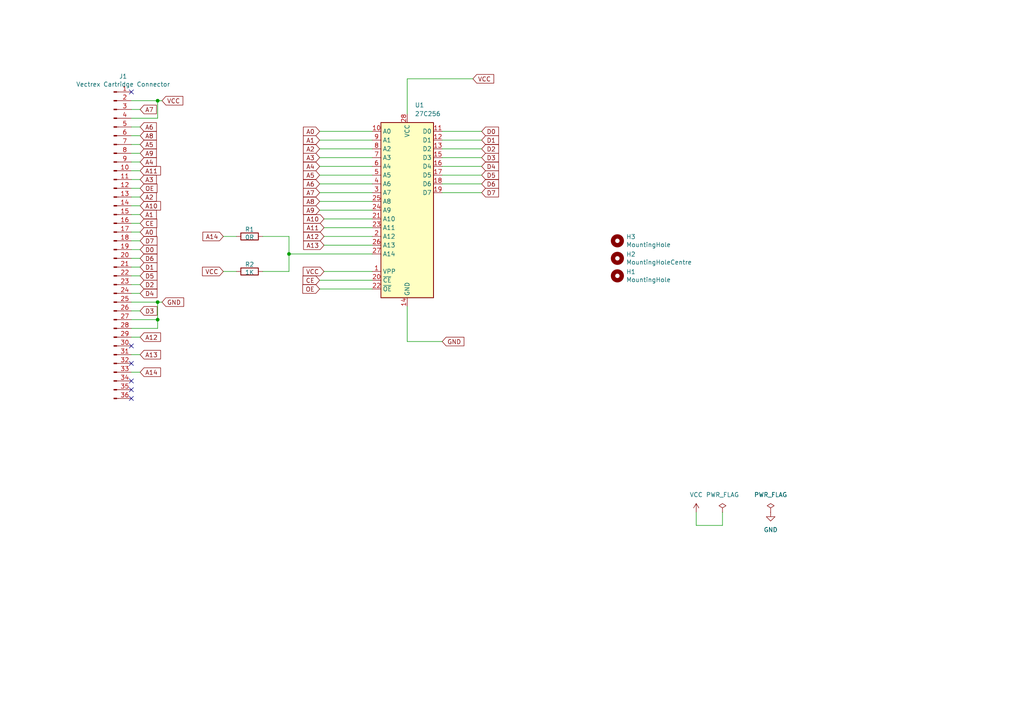
<source format=kicad_sch>
(kicad_sch (version 20231120) (generator "eeschema") (generator_version "8.0")
  (paper "A4")
  (title_block (title "Vectrex cartridge PCB") (date "2024-04-18") (rev "v1.01"))
  (lib_symbols
    (symbol "Connector:Conn_01x36_Male" (pin_names (offset 1.016) hide)
      (property "Reference" "J" (at 0 45.72 0))
      (property "Value" "Conn_01x36_Male" (at 0 -48.26 0))
      (symbol "Conn_01x36_Male_1_1"
        (polyline (pts (xy 1.27 -45.72) (xy 0.8636 -45.72)) (stroke (width 0.1524)))
        (polyline (pts (xy 1.27 -43.18) (xy 0.8636 -43.18)) (stroke (width 0.1524)))
        (polyline (pts (xy 1.27 -40.64) (xy 0.8636 -40.64)) (stroke (width 0.1524)))
        (polyline (pts (xy 1.27 -38.1) (xy 0.8636 -38.1)) (stroke (width 0.1524)))
        (polyline (pts (xy 1.27 -35.56) (xy 0.8636 -35.56)) (stroke (width 0.1524)))
        (polyline (pts (xy 1.27 -33.02) (xy 0.8636 -33.02)) (stroke (width 0.1524)))
        (polyline (pts (xy 1.27 -30.48) (xy 0.8636 -30.48)) (stroke (width 0.1524)))
        (polyline (pts (xy 1.27 -27.94) (xy 0.8636 -27.94)) (stroke (width 0.1524)))
        (polyline (pts (xy 1.27 -25.4) (xy 0.8636 -25.4)) (stroke (width 0.1524)))
        (polyline (pts (xy 1.27 -22.86) (xy 0.8636 -22.86)) (stroke (width 0.1524)))
        (polyline (pts (xy 1.27 -20.32) (xy 0.8636 -20.32)) (stroke (width 0.1524)))
        (polyline (pts (xy 1.27 -17.78) (xy 0.8636 -17.78)) (stroke (width 0.1524)))
        (polyline (pts (xy 1.27 -15.24) (xy 0.8636 -15.24)) (stroke (width 0.1524)))
        (polyline (pts (xy 1.27 -12.7) (xy 0.8636 -12.7)) (stroke (width 0.1524)))
        (polyline (pts (xy 1.27 -10.16) (xy 0.8636 -10.16)) (stroke (width 0.1524)))
        (polyline (pts (xy 1.27 -7.62) (xy 0.8636 -7.62)) (stroke (width 0.1524)))
        (polyline (pts (xy 1.27 -5.08) (xy 0.8636 -5.08)) (stroke (width 0.1524)))
        (polyline (pts (xy 1.27 -2.54) (xy 0.8636 -2.54)) (stroke (width 0.1524)))
        (polyline (pts (xy 1.27 0) (xy 0.8636 0)) (stroke (width 0.1524)))
        (polyline (pts (xy 1.27 2.54) (xy 0.8636 2.54)) (stroke (width 0.1524)))
        (polyline (pts (xy 1.27 5.08) (xy 0.8636 5.08)) (stroke (width 0.1524)))
        (polyline (pts (xy 1.27 7.62) (xy 0.8636 7.62)) (stroke (width 0.1524)))
        (polyline (pts (xy 1.27 10.16) (xy 0.8636 10.16)) (stroke (width 0.1524)))
        (polyline (pts (xy 1.27 12.7) (xy 0.8636 12.7)) (stroke (width 0.1524)))
        (polyline (pts (xy 1.27 15.24) (xy 0.8636 15.24)) (stroke (width 0.1524)))
        (polyline (pts (xy 1.27 17.78) (xy 0.8636 17.78)) (stroke (width 0.1524)))
        (polyline (pts (xy 1.27 20.32) (xy 0.8636 20.32)) (stroke (width 0.1524)))
        (polyline (pts (xy 1.27 22.86) (xy 0.8636 22.86)) (stroke (width 0.1524)))
        (polyline (pts (xy 1.27 25.4) (xy 0.8636 25.4)) (stroke (width 0.1524)))
        (polyline (pts (xy 1.27 27.94) (xy 0.8636 27.94)) (stroke (width 0.1524)))
        (polyline (pts (xy 1.27 30.48) (xy 0.8636 30.48)) (stroke (width 0.1524)))
        (polyline (pts (xy 1.27 33.02) (xy 0.8636 33.02)) (stroke (width 0.1524)))
        (polyline (pts (xy 1.27 35.56) (xy 0.8636 35.56)) (stroke (width 0.1524)))
        (polyline (pts (xy 1.27 38.1) (xy 0.8636 38.1)) (stroke (width 0.1524)))
        (polyline (pts (xy 1.27 40.64) (xy 0.8636 40.64)) (stroke (width 0.1524)))
        (polyline (pts (xy 1.27 43.18) (xy 0.8636 43.18)) (stroke (width 0.1524)))
        (rectangle (start 0.8636 -45.593) (end 0 -45.847) (stroke (width 0.1524)) (fill (type outline)))
        (rectangle (start 0.8636 -43.053) (end 0 -43.307) (stroke (width 0.1524)) (fill (type outline)))
        (rectangle (start 0.8636 -40.513) (end 0 -40.767) (stroke (width 0.1524)) (fill (type outline)))
        (rectangle (start 0.8636 -37.973) (end 0 -38.227) (stroke (width 0.1524)) (fill (type outline)))
        (rectangle (start 0.8636 -35.433) (end 0 -35.687) (stroke (width 0.1524)) (fill (type outline)))
        (rectangle (start 0.8636 -32.893) (end 0 -33.147) (stroke (width 0.1524)) (fill (type outline)))
        (rectangle (start 0.8636 -30.353) (end 0 -30.607) (stroke (width 0.1524)) (fill (type outline)))
        (rectangle (start 0.8636 -27.813) (end 0 -28.067) (stroke (width 0.1524)) (fill (type outline)))
        (rectangle (start 0.8636 -25.273) (end 0 -25.527) (stroke (width 0.1524)) (fill (type outline)))
        (rectangle (start 0.8636 -22.733) (end 0 -22.987) (stroke (width 0.1524)) (fill (type outline)))
        (rectangle (start 0.8636 -20.193) (end 0 -20.447) (stroke (width 0.1524)) (fill (type outline)))
        (rectangle (start 0.8636 -17.653) (end 0 -17.907) (stroke (width 0.1524)) (fill (type outline)))
        (rectangle (start 0.8636 -15.113) (end 0 -15.367) (stroke (width 0.1524)) (fill (type outline)))
        (rectangle (start 0.8636 -12.573) (end 0 -12.827) (stroke (width 0.1524)) (fill (type outline)))
        (rectangle (start 0.8636 -10.033) (end 0 -10.287) (stroke (width 0.1524)) (fill (type outline)))
        (rectangle (start 0.8636 -7.493) (end 0 -7.747) (stroke (width 0.1524)) (fill (type outline)))
        (rectangle (start 0.8636 -4.953) (end 0 -5.207) (stroke (width 0.1524)) (fill (type outline)))
        (rectangle (start 0.8636 -2.413) (end 0 -2.667) (stroke (width 0.1524)) (fill (type outline)))
        (rectangle (start 0.8636 0.127) (end 0 -0.127) (stroke (width 0.1524)) (fill (type outline)))
        (rectangle (start 0.8636 2.667) (end 0 2.413) (stroke (width 0.1524)) (fill (type outline)))
        (rectangle (start 0.8636 5.207) (end 0 4.953) (stroke (width 0.1524)) (fill (type outline)))
        (rectangle (start 0.8636 7.747) (end 0 7.493) (stroke (width 0.1524)) (fill (type outline)))
        (rectangle (start 0.8636 10.287) (end 0 10.033) (stroke (width 0.1524)) (fill (type outline)))
        (rectangle (start 0.8636 12.827) (end 0 12.573) (stroke (width 0.1524)) (fill (type outline)))
        (rectangle (start 0.8636 15.367) (end 0 15.113) (stroke (width 0.1524)) (fill (type outline)))
        (rectangle (start 0.8636 17.907) (end 0 17.653) (stroke (width 0.1524)) (fill (type outline)))
        (rectangle (start 0.8636 20.447) (end 0 20.193) (stroke (width 0.1524)) (fill (type outline)))
        (rectangle (start 0.8636 22.987) (end 0 22.733) (stroke (width 0.1524)) (fill (type outline)))
        (rectangle (start 0.8636 25.527) (end 0 25.273) (stroke (width 0.1524)) (fill (type outline)))
        (rectangle (start 0.8636 28.067) (end 0 27.813) (stroke (width 0.1524)) (fill (type outline)))
        (rectangle (start 0.8636 30.607) (end 0 30.353) (stroke (width 0.1524)) (fill (type outline)))
        (rectangle (start 0.8636 33.147) (end 0 32.893) (stroke (width 0.1524)) (fill (type outline)))
        (rectangle (start 0.8636 35.687) (end 0 35.433) (stroke (width 0.1524)) (fill (type outline)))
        (rectangle (start 0.8636 38.227) (end 0 37.973) (stroke (width 0.1524)) (fill (type outline)))
        (rectangle (start 0.8636 40.767) (end 0 40.513) (stroke (width 0.1524)) (fill (type outline)))
        (rectangle (start 0.8636 43.307) (end 0 43.053) (stroke (width 0.1524)) (fill (type outline)))
        (pin passive line (at 5.08 43.18 180) (length 3.81) (name "Pin_1") (number "1"))
        (pin passive line (at 5.08 20.32 180) (length 3.81) (name "Pin_10") (number "10"))
        (pin passive line (at 5.08 17.78 180) (length 3.81) (name "Pin_11") (number "11"))
        (pin passive line (at 5.08 15.24 180) (length 3.81) (name "Pin_12") (number "12"))
        (pin passive line (at 5.08 12.7 180) (length 3.81) (name "Pin_13") (number "13"))
        (pin passive line (at 5.08 10.16 180) (length 3.81) (name "Pin_14") (number "14"))
        (pin passive line (at 5.08 7.62 180) (length 3.81) (name "Pin_15") (number "15"))
        (pin passive line (at 5.08 5.08 180) (length 3.81) (name "Pin_16") (number "16"))
        (pin passive line (at 5.08 2.54 180) (length 3.81) (name "Pin_17") (number "17"))
        (pin passive line (at 5.08 0 180) (length 3.81) (name "Pin_18") (number "18"))
        (pin passive line (at 5.08 -2.54 180) (length 3.81) (name "Pin_19") (number "19"))
        (pin passive line (at 5.08 40.64 180) (length 3.81) (name "Pin_2") (number "2"))
        (pin passive line (at 5.08 -5.08 180) (length 3.81) (name "Pin_20") (number "20"))
        (pin passive line (at 5.08 -7.62 180) (length 3.81) (name "Pin_21") (number "21"))
        (pin passive line (at 5.08 -10.16 180) (length 3.81) (name "Pin_22") (number "22"))
        (pin passive line (at 5.08 -12.7 180) (length 3.81) (name "Pin_23") (number "23"))
        (pin passive line (at 5.08 -15.24 180) (length 3.81) (name "Pin_24") (number "24"))
        (pin passive line (at 5.08 -17.78 180) (length 3.81) (name "Pin_25") (number "25"))
        (pin passive line (at 5.08 -20.32 180) (length 3.81) (name "Pin_26") (number "26"))
        (pin passive line (at 5.08 -22.86 180) (length 3.81) (name "Pin_27") (number "27"))
        (pin passive line (at 5.08 -25.4 180) (length 3.81) (name "Pin_28") (number "28"))
        (pin passive line (at 5.08 -27.94 180) (length 3.81) (name "Pin_29") (number "29"))
        (pin passive line (at 5.08 38.1 180) (length 3.81) (name "Pin_3") (number "3"))
        (pin passive line (at 5.08 -30.48 180) (length 3.81) (name "Pin_30") (number "30"))
        (pin passive line (at 5.08 -33.02 180) (length 3.81) (name "Pin_31") (number "31"))
        (pin passive line (at 5.08 -35.56 180) (length 3.81) (name "Pin_32") (number "32"))
        (pin passive line (at 5.08 -38.1 180) (length 3.81) (name "Pin_33") (number "33"))
        (pin passive line (at 5.08 -40.64 180) (length 3.81) (name "Pin_34") (number "34"))
        (pin passive line (at 5.08 -43.18 180) (length 3.81) (name "Pin_35") (number "35"))
        (pin passive line (at 5.08 -45.72 180) (length 3.81) (name "Pin_36") (number "36"))
        (pin passive line (at 5.08 35.56 180) (length 3.81) (name "Pin_4") (number "4"))
        (pin passive line (at 5.08 33.02 180) (length 3.81) (name "Pin_5") (number "5"))
        (pin passive line (at 5.08 30.48 180) (length 3.81) (name "Pin_6") (number "6"))
        (pin passive line (at 5.08 27.94 180) (length 3.81) (name "Pin_7") (number "7"))
        (pin passive line (at 5.08 25.4 180) (length 3.81) (name "Pin_8") (number "8"))
        (pin passive line (at 5.08 22.86 180) (length 3.81) (name "Pin_9") (number "9"))
      )
    )
    (symbol "Device:R" (pin_numbers hide) (pin_names (offset 0))
      (property "Reference" "R" (at 2.032 0 90))
      (property "Value" "R" (at 0 0 90))
      (symbol "R_0_1"
        (rectangle (start -1.016 -2.54) (end 1.016 2.54) (stroke (width 0.254)))
      )
      (symbol "R_1_1"
        (pin passive line (at 0 3.81 270) (length 1.27) (name "~") (number "1"))
        (pin passive line (at 0 -3.81 90) (length 1.27) (name "~") (number "2"))
      )
    )
    (symbol "Mechanical:MountingHole" (pin_names (offset 1.016)) (exclude_from_sim yes) (in_bom no)
      (property "Reference" "H" (at 0 5.08 0))
      (property "Value" "MountingHole" (at 0 3.175 0))
      (symbol "MountingHole_0_1"
        (circle (center 0 0) (radius 1.27) (stroke (width 1.27)))
      )
    )
    (symbol "Memory_EPROM:27C256"
      (property "Reference" "U" (at -7.62 26.67 0))
      (property "Value" "27C256" (at 2.54 -26.67 0))
      (symbol "27C256_1_1"
        (rectangle (start -7.62 25.4) (end 7.62 -25.4) (stroke (width 0.254)) (fill (type background)))
        (pin input line (at -10.16 -17.78 0) (length 2.54) (name "VPP") (number "1"))
        (pin input line (at -10.16 22.86 0) (length 2.54) (name "A0") (number "10"))
        (pin tri_state line (at 10.16 22.86 180) (length 2.54) (name "D0") (number "11"))
        (pin tri_state line (at 10.16 20.32 180) (length 2.54) (name "D1") (number "12"))
        (pin tri_state line (at 10.16 17.78 180) (length 2.54) (name "D2") (number "13"))
        (pin power_in line (at 0 -27.94 90) (length 2.54) (name "GND") (number "14"))
        (pin tri_state line (at 10.16 15.24 180) (length 2.54) (name "D3") (number "15"))
        (pin tri_state line (at 10.16 12.7 180) (length 2.54) (name "D4") (number "16"))
        (pin tri_state line (at 10.16 10.16 180) (length 2.54) (name "D5") (number "17"))
        (pin tri_state line (at 10.16 7.62 180) (length 2.54) (name "D6") (number "18"))
        (pin tri_state line (at 10.16 5.08 180) (length 2.54) (name "D7") (number "19"))
        (pin input line (at -10.16 -7.62 0) (length 2.54) (name "A12") (number "2"))
        (pin input line (at -10.16 -20.32 0) (length 2.54) (name "~{CE}") (number "20"))
        (pin input line (at -10.16 -2.54 0) (length 2.54) (name "A10") (number "21"))
        (pin input line (at -10.16 -22.86 0) (length 2.54) (name "~{OE}") (number "22"))
        (pin input line (at -10.16 -5.08 0) (length 2.54) (name "A11") (number "23"))
        (pin input line (at -10.16 0 0) (length 2.54) (name "A9") (number "24"))
        (pin input line (at -10.16 2.54 0) (length 2.54) (name "A8") (number "25"))
        (pin input line (at -10.16 -10.16 0) (length 2.54) (name "A13") (number "26"))
        (pin input line (at -10.16 -12.7 0) (length 2.54) (name "A14") (number "27"))
        (pin power_in line (at 0 27.94 270) (length 2.54) (name "VCC") (number "28"))
        (pin input line (at -10.16 5.08 0) (length 2.54) (name "A7") (number "3"))
        (pin input line (at -10.16 7.62 0) (length 2.54) (name "A6") (number "4"))
        (pin input line (at -10.16 10.16 0) (length 2.54) (name "A5") (number "5"))
        (pin input line (at -10.16 12.7 0) (length 2.54) (name "A4") (number "6"))
        (pin input line (at -10.16 15.24 0) (length 2.54) (name "A3") (number "7"))
        (pin input line (at -10.16 17.78 0) (length 2.54) (name "A2") (number "8"))
        (pin input line (at -10.16 20.32 0) (length 2.54) (name "A1") (number "9"))
      )
    )
    (symbol "power:GND" (power) (pin_numbers hide) (pin_names (offset 0) hide)
      (property "Value" "GND" (at 0 -3.81 0))
      (symbol "GND_0_1"
        (polyline (pts (xy 0 0) (xy 0 -1.27) (xy 1.27 -1.27) (xy 0 -2.54) (xy -1.27 -1.27) (xy 0 -1.27)))
      )
      (symbol "GND_1_1"
        (pin power_in line (at 0 0 270) (length 0) (name "~") (number "1"))
      )
    )
    (symbol "power:PWR_FLAG" (power) (pin_numbers hide) (pin_names (offset 0) hide)
      (property "Value" "PWR_FLAG" (at 0 3.81 0))
      (symbol "PWR_FLAG_0_0"
        (pin power_out line (at 0 0 90) (length 0) (name "~") (number "1"))
      )
      (symbol "PWR_FLAG_0_1"
        (polyline (pts (xy 0 0) (xy 0 1.27) (xy -1.016 1.905) (xy 0 2.54) (xy 1.016 1.905) (xy 0 1.27)))
      )
    )
    (symbol "power:VCC" (power) (pin_numbers hide) (pin_names (offset 0) hide)
      (property "Value" "VCC" (at 0 3.556 0))
      (symbol "VCC_0_1"
        (polyline (pts (xy -0.762 1.27) (xy 0 2.54)))
        (polyline (pts (xy 0 0) (xy 0 2.54)))
        (polyline (pts (xy 0 2.54) (xy 0.762 1.27)))
      )
      (symbol "VCC_1_1"
        (pin power_in line (at 0 0 90) (length 0) (name "~") (number "1"))
      )
    )
  )
  (junction (at 45.72 87.63))
  (junction (at 45.72 92.71))
  (junction (at 45.72 29.21))
  (junction (at 83.82 73.66))
  (no_connect (at 38.1 26.67))
  (no_connect (at 38.1 115.57))
  (no_connect (at 38.1 113.03))
  (no_connect (at 38.1 105.41))
  (no_connect (at 38.1 110.49))
  (no_connect (at 38.1 100.33))
  (wire (pts (xy 93.98 71.12) (xy 107.95 71.12)))
  (wire (pts (xy 38.1 90.17) (xy 40.64 90.17)))
  (wire (pts (xy 128.27 50.8) (xy 139.7 50.8)))
  (wire (pts (xy 92.71 81.28) (xy 107.95 81.28)))
  (wire (pts (xy 92.71 38.1) (xy 107.95 38.1)))
  (wire (pts (xy 38.1 102.87) (xy 40.64 102.87)))
  (wire (pts (xy 209.55 148.59) (xy 209.55 152.4)))
  (wire (pts (xy 92.71 55.88) (xy 107.95 55.88)))
  (wire (pts (xy 45.72 92.71) (xy 45.72 87.63)))
  (wire (pts (xy 38.1 107.95) (xy 40.64 107.95)))
  (wire (pts (xy 38.1 39.37) (xy 40.64 39.37)))
  (wire (pts (xy 45.72 87.63) (xy 38.1 87.63)))
  (wire (pts (xy 38.1 72.39) (xy 40.64 72.39)))
  (wire (pts (xy 38.1 74.93) (xy 40.64 74.93)))
  (wire (pts (xy 93.98 68.58) (xy 107.95 68.58)))
  (wire (pts (xy 128.27 43.18) (xy 139.7 43.18)))
  (wire (pts (xy 38.1 92.71) (xy 45.72 92.71)))
  (wire (pts (xy 38.1 95.25) (xy 45.72 95.25)))
  (wire (pts (xy 128.27 48.26) (xy 139.7 48.26)))
  (wire (pts (xy 38.1 80.01) (xy 40.64 80.01)))
  (wire (pts (xy 38.1 59.69) (xy 40.64 59.69)))
  (wire (pts (xy 92.71 58.42) (xy 107.95 58.42)))
  (wire (pts (xy 92.71 48.26) (xy 107.95 48.26)))
  (wire (pts (xy 38.1 82.55) (xy 40.64 82.55)))
  (wire (pts (xy 45.72 34.29) (xy 45.72 29.21)))
  (wire (pts (xy 137.16 22.86) (xy 118.11 22.86)))
  (wire (pts (xy 38.1 36.83) (xy 40.64 36.83)))
  (wire (pts (xy 83.82 68.58) (xy 83.82 73.66)))
  (wire (pts (xy 209.55 152.4) (xy 201.93 152.4)))
  (wire (pts (xy 38.1 46.99) (xy 40.64 46.99)))
  (wire (pts (xy 38.1 77.47) (xy 40.64 77.47)))
  (wire (pts (xy 38.1 67.31) (xy 40.64 67.31)))
  (wire (pts (xy 83.82 73.66) (xy 107.95 73.66)))
  (wire (pts (xy 93.98 66.04) (xy 107.95 66.04)))
  (wire (pts (xy 128.27 38.1) (xy 139.7 38.1)))
  (wire (pts (xy 118.11 88.9) (xy 118.11 99.06)))
  (wire (pts (xy 92.71 60.96) (xy 107.95 60.96)))
  (wire (pts (xy 76.2 78.74) (xy 83.82 78.74)))
  (wire (pts (xy 38.1 34.29) (xy 45.72 34.29)))
  (wire (pts (xy 128.27 99.06) (xy 118.11 99.06)))
  (wire (pts (xy 128.27 40.64) (xy 139.7 40.64)))
  (wire (pts (xy 45.72 95.25) (xy 45.72 92.71)))
  (wire (pts (xy 128.27 55.88) (xy 139.7 55.88)))
  (wire (pts (xy 92.71 45.72) (xy 107.95 45.72)))
  (wire (pts (xy 92.71 50.8) (xy 107.95 50.8)))
  (wire (pts (xy 128.27 53.34) (xy 139.7 53.34)))
  (wire (pts (xy 92.71 83.82) (xy 107.95 83.82)))
  (wire (pts (xy 38.1 49.53) (xy 40.64 49.53)))
  (wire (pts (xy 93.98 63.5) (xy 107.95 63.5)))
  (wire (pts (xy 92.71 40.64) (xy 107.95 40.64)))
  (wire (pts (xy 201.93 152.4) (xy 201.93 148.59)))
  (wire (pts (xy 38.1 64.77) (xy 40.64 64.77)))
  (wire (pts (xy 92.71 53.34) (xy 107.95 53.34)))
  (wire (pts (xy 38.1 62.23) (xy 40.64 62.23)))
  (wire (pts (xy 64.77 78.74) (xy 68.58 78.74)))
  (wire (pts (xy 64.77 68.58) (xy 68.58 68.58)))
  (wire (pts (xy 38.1 29.21) (xy 45.72 29.21)))
  (wire (pts (xy 93.98 78.74) (xy 107.95 78.74)))
  (wire (pts (xy 38.1 69.85) (xy 40.64 69.85)))
  (wire (pts (xy 46.99 87.63) (xy 45.72 87.63)))
  (wire (pts (xy 38.1 97.79) (xy 40.64 97.79)))
  (wire (pts (xy 38.1 57.15) (xy 40.64 57.15)))
  (wire (pts (xy 38.1 85.09) (xy 40.64 85.09)))
  (wire (pts (xy 38.1 44.45) (xy 40.64 44.45)))
  (wire (pts (xy 38.1 52.07) (xy 40.64 52.07)))
  (wire (pts (xy 92.71 43.18) (xy 107.95 43.18)))
  (wire (pts (xy 83.82 78.74) (xy 83.82 73.66)))
  (wire (pts (xy 45.72 29.21) (xy 46.99 29.21)))
  (wire (pts (xy 118.11 22.86) (xy 118.11 33.02)))
  (wire (pts (xy 76.2 68.58) (xy 83.82 68.58)))
  (wire (pts (xy 128.27 45.72) (xy 139.7 45.72)))
  (wire (pts (xy 40.64 31.75) (xy 38.1 31.75)))
  (wire (pts (xy 38.1 54.61) (xy 40.64 54.61)))
  (wire (pts (xy 38.1 41.91) (xy 40.64 41.91)))
  (global_label "VCC" (shape input) (at 137.16 22.86 0) (property "Intersheetrefs" "${INTERSHEET_REFS}" (effects (hide yes))))
  (global_label "D7" (shape input) (at 40.64 69.85 0) (property "Intersheetrefs" "${INTERSHEET_REFS}" (effects (hide yes))))
  (global_label "A4" (shape input) (at 40.64 46.99 0) (property "Intersheetrefs" "${INTERSHEET_REFS}" (effects (hide yes))))
  (global_label "A9" (shape input) (at 92.71 60.96 180) (property "Intersheetrefs" "${INTERSHEET_REFS}" (effects (hide yes))))
  (global_label "D4" (shape input) (at 139.7 48.26 0) (property "Intersheetrefs" "${INTERSHEET_REFS}" (effects (hide yes))))
  (global_label "A10" (shape input) (at 40.64 59.69 0) (property "Intersheetrefs" "${INTERSHEET_REFS}" (effects (hide yes))))
  (global_label "A2" (shape input) (at 92.71 43.18 180) (property "Intersheetrefs" "${INTERSHEET_REFS}" (effects (hide yes))))
  (global_label "A14" (shape input) (at 64.77 68.58 180) (property "Intersheetrefs" "${INTERSHEET_REFS}" (effects (hide yes))))
  (global_label "A3" (shape input) (at 92.71 45.72 180) (property "Intersheetrefs" "${INTERSHEET_REFS}" (effects (hide yes))))
  (global_label "A8" (shape input) (at 92.71 58.42 180) (property "Intersheetrefs" "${INTERSHEET_REFS}" (effects (hide yes))))
  (global_label "CE" (shape input) (at 92.71 81.28 180) (property "Intersheetrefs" "${INTERSHEET_REFS}" (effects (hide yes))))
  (global_label "A1" (shape input) (at 40.64 62.23 0) (property "Intersheetrefs" "${INTERSHEET_REFS}" (effects (hide yes))))
  (global_label "A7" (shape input) (at 92.71 55.88 180) (property "Intersheetrefs" "${INTERSHEET_REFS}" (effects (hide yes))))
  (global_label "D4" (shape input) (at 40.64 85.09 0) (property "Intersheetrefs" "${INTERSHEET_REFS}" (effects (hide yes))))
  (global_label "A6" (shape input) (at 92.71 53.34 180) (property "Intersheetrefs" "${INTERSHEET_REFS}" (effects (hide yes))))
  (global_label "GND" (shape input) (at 128.27 99.06 0) (property "Intersheetrefs" "${INTERSHEET_REFS}" (effects (hide yes))))
  (global_label "A8" (shape input) (at 40.64 39.37 0) (property "Intersheetrefs" "${INTERSHEET_REFS}" (effects (hide yes))))
  (global_label "A7" (shape input) (at 40.64 31.75 0) (property "Intersheetrefs" "${INTERSHEET_REFS}" (effects (hide yes))))
  (global_label "CE" (shape input) (at 40.64 64.77 0) (property "Intersheetrefs" "${INTERSHEET_REFS}" (effects (hide yes))))
  (global_label "A0" (shape input) (at 40.64 67.31 0) (property "Intersheetrefs" "${INTERSHEET_REFS}" (effects (hide yes))))
  (global_label "D7" (shape input) (at 139.7 55.88 0) (property "Intersheetrefs" "${INTERSHEET_REFS}" (effects (hide yes))))
  (global_label "D3" (shape input) (at 40.64 90.17 0) (property "Intersheetrefs" "${INTERSHEET_REFS}" (effects (hide yes))))
  (global_label "A5" (shape input) (at 40.64 41.91 0) (property "Intersheetrefs" "${INTERSHEET_REFS}" (effects (hide yes))))
  (global_label "D6" (shape input) (at 139.7 53.34 0) (property "Intersheetrefs" "${INTERSHEET_REFS}" (effects (hide yes))))
  (global_label "A3" (shape input) (at 40.64 52.07 0) (property "Intersheetrefs" "${INTERSHEET_REFS}" (effects (hide yes))))
  (global_label "D1" (shape input) (at 139.7 40.64 0) (property "Intersheetrefs" "${INTERSHEET_REFS}" (effects (hide yes))))
  (global_label "GND" (shape input) (at 46.99 87.63 0) (property "Intersheetrefs" "${INTERSHEET_REFS}" (effects (hide yes))))
  (global_label "D0" (shape input) (at 139.7 38.1 0) (property "Intersheetrefs" "${INTERSHEET_REFS}" (effects (hide yes))))
  (global_label "A12" (shape input) (at 40.64 97.79 0) (property "Intersheetrefs" "${INTERSHEET_REFS}" (effects (hide yes))))
  (global_label "D0" (shape input) (at 40.64 72.39 0) (property "Intersheetrefs" "${INTERSHEET_REFS}" (effects (hide yes))))
  (global_label "A4" (shape input) (at 92.71 48.26 180) (property "Intersheetrefs" "${INTERSHEET_REFS}" (effects (hide yes))))
  (global_label "VCC" (shape input) (at 64.77 78.74 180) (property "Intersheetrefs" "${INTERSHEET_REFS}" (effects (hide yes))))
  (global_label "A1" (shape input) (at 92.71 40.64 180) (property "Intersheetrefs" "${INTERSHEET_REFS}" (effects (hide yes))))
  (global_label "A13" (shape input) (at 93.98 71.12 180) (property "Intersheetrefs" "${INTERSHEET_REFS}" (effects (hide yes))))
  (global_label "A10" (shape input) (at 93.98 63.5 180) (property "Intersheetrefs" "${INTERSHEET_REFS}" (effects (hide yes))))
  (global_label "D5" (shape input) (at 139.7 50.8 0) (property "Intersheetrefs" "${INTERSHEET_REFS}" (effects (hide yes))))
  (global_label "D6" (shape input) (at 40.64 74.93 0) (property "Intersheetrefs" "${INTERSHEET_REFS}" (effects (hide yes))))
  (global_label "A2" (shape input) (at 40.64 57.15 0) (property "Intersheetrefs" "${INTERSHEET_REFS}" (effects (hide yes))))
  (global_label "D2" (shape input) (at 40.64 82.55 0) (property "Intersheetrefs" "${INTERSHEET_REFS}" (effects (hide yes))))
  (global_label "A13" (shape input) (at 40.64 102.87 0) (property "Intersheetrefs" "${INTERSHEET_REFS}" (effects (hide yes))))
  (global_label "VCC" (shape input) (at 93.98 78.74 180) (property "Intersheetrefs" "${INTERSHEET_REFS}" (effects (hide yes))))
  (global_label "OE" (shape input) (at 40.64 54.61 0) (property "Intersheetrefs" "${INTERSHEET_REFS}" (effects (hide yes))))
  (global_label "D1" (shape input) (at 40.64 77.47 0) (property "Intersheetrefs" "${INTERSHEET_REFS}" (effects (hide yes))))
  (global_label "D2" (shape input) (at 139.7 43.18 0) (property "Intersheetrefs" "${INTERSHEET_REFS}" (effects (hide yes))))
  (global_label "A14" (shape input) (at 40.64 107.95 0) (property "Intersheetrefs" "${INTERSHEET_REFS}" (effects (hide yes))))
  (global_label "A6" (shape input) (at 40.64 36.83 0) (property "Intersheetrefs" "${INTERSHEET_REFS}" (effects (hide yes))))
  (global_label "A11" (shape input) (at 40.64 49.53 0) (property "Intersheetrefs" "${INTERSHEET_REFS}" (effects (hide yes))))
  (global_label "A11" (shape input) (at 93.98 66.04 180) (property "Intersheetrefs" "${INTERSHEET_REFS}" (effects (hide yes))))
  (global_label "OE" (shape input) (at 92.71 83.82 180) (property "Intersheetrefs" "${INTERSHEET_REFS}" (effects (hide yes))))
  (global_label "A9" (shape input) (at 40.64 44.45 0) (property "Intersheetrefs" "${INTERSHEET_REFS}" (effects (hide yes))))
  (global_label "A5" (shape input) (at 92.71 50.8 180) (property "Intersheetrefs" "${INTERSHEET_REFS}" (effects (hide yes))))
  (global_label "D5" (shape input) (at 40.64 80.01 0) (property "Intersheetrefs" "${INTERSHEET_REFS}" (effects (hide yes))))
  (global_label "A0" (shape input) (at 92.71 38.1 180) (property "Intersheetrefs" "${INTERSHEET_REFS}" (effects (hide yes))))
  (global_label "VCC" (shape input) (at 46.99 29.21 0) (property "Intersheetrefs" "${INTERSHEET_REFS}" (effects (hide yes))))
  (global_label "D3" (shape input) (at 139.7 45.72 0) (property "Intersheetrefs" "${INTERSHEET_REFS}" (effects (hide yes))))
  (global_label "A12" (shape input) (at 93.98 68.58 180) (property "Intersheetrefs" "${INTERSHEET_REFS}" (effects (hide yes))))
  (symbol (lib_id "Connector:Conn_01x36_Male") (at 33.02 69.85 0) (unit 1)
    (property "Reference" "J1" (at 35.7124 22.1488 0))
    (property "Value" "Vectrex Cartridge Connector" (at 35.7124 24.4602 0))
    (property "Footprint" "vectrex:VECTREX_CART" (effects (hide yes)))
  )
  (symbol (lib_id "Mechanical:MountingHole") (at 179.07 74.93 0) (unit 1)
    (property "Reference" "H2" (at 181.61 73.7616 0) (effects (justify left)))
    (property "Value" "MountingHoleCentre" (at 181.61 76.073 0) (effects (justify left)))
    (property "Footprint" "MountingHole:MountingHole_5.3mm_M5" (effects (hide yes)))
    (property "Description" "Mounting Hole without connection" (effects (hide yes)))
  )
  (symbol (lib_id "Mechanical:MountingHole") (at 179.07 80.01 0) (unit 1)
    (property "Reference" "H1" (at 181.61 78.8416 0) (effects (justify left)))
    (property "Value" "MountingHole" (at 181.61 81.153 0) (effects (justify left)))
    (property "Footprint" "MountingHole:MountingHole_3.7mm" (effects (hide yes)))
    (property "Description" "Mounting Hole without connection" (effects (hide yes)))
  )
  (symbol (lib_id "Mechanical:MountingHole") (at 179.07 69.85 0) (unit 1)
    (property "Reference" "H3" (at 181.61 68.6816 0) (effects (justify left)))
    (property "Value" "MountingHole" (at 181.61 70.993 0) (effects (justify left)))
    (property "Footprint" "MountingHole:MountingHole_3.7mm" (effects (hide yes)))
    (property "Description" "Mounting Hole without connection" (effects (hide yes)))
  )
  (symbol (lib_id "Device:R") (at 72.39 68.58 270) (unit 1)
    (property "Reference" "R1" (at 72.39 66.548 90))
    (property "Value" "0R" (at 72.39 68.834 90))
    (property "Footprint" "Resistor_THT:R_Axial_DIN0204_L3.6mm_D1.6mm_P7.62mm_Horizontal" (effects (hide yes)))
    (property "Description" "Resistor" (effects (hide yes)))
  )
  (symbol (lib_id "power:GND") (at 223.52 148.59 0) (unit 1)
    (property "Reference" "#PWR0102" (effects (hide yes)))
    (property "Value" "GND" (at 223.52 153.67 0))
    (property "Description" "Power symbol creates a global label with name \"GND\" , ground" (effects (hide yes)))
  )
  (symbol (lib_id "power:VCC") (at 201.93 148.59 0) (unit 1)
    (property "Reference" "#PWR0101" (effects (hide yes)))
    (property "Value" "VCC" (at 201.93 143.51 0))
    (property "Description" "Power symbol creates a global label with name \"VCC\"" (effects (hide yes)))
  )
  (symbol (lib_id "power:PWR_FLAG") (at 223.52 148.59 0) (unit 1)
    (property "Reference" "#FLG0102" (effects (hide yes)))
    (property "Value" "PWR_FLAG" (at 223.52 143.51 0))
    (property "Description" "Special symbol for telling ERC where power comes from" (effects (hide yes)))
  )
  (symbol (lib_id "power:PWR_FLAG") (at 209.55 148.59 0) (unit 1)
    (property "Reference" "#FLG0101" (effects (hide yes)))
    (property "Value" "PWR_FLAG" (at 209.55 143.51 0))
    (property "Description" "Special symbol for telling ERC where power comes from" (effects (hide yes)))
  )
  (symbol (lib_id "Device:R") (at 72.39 78.74 270) (unit 1)
    (property "Reference" "R2" (at 72.39 76.708 90))
    (property "Value" "1K" (at 72.39 78.994 90))
    (property "Footprint" "Resistor_THT:R_Axial_DIN0204_L3.6mm_D1.6mm_P7.62mm_Horizontal" (effects (hide yes)))
    (property "Description" "Resistor" (effects (hide yes)))
  )
  (symbol (lib_id "Memory_EPROM:27C256") (at 118.11 60.96 0) (unit 1)
    (property "Reference" "U1" (at 120.3041 30.48 0) (effects (justify left)))
    (property "Value" "27C256" (at 120.3041 33.02 0) (effects (justify left)))
    (property "Footprint" "Package_DIP:DIP-28_W15.24mm_LongPads" (effects (hide yes)))
    (property "Datasheet" "http://ww1.microchip.com/downloads/en/DeviceDoc/doc0014.pdf" (effects (hide yes)))
    (property "Description" "OTP EPROM 256 KiBit" (effects (hide yes)))
  )
)
</source>
